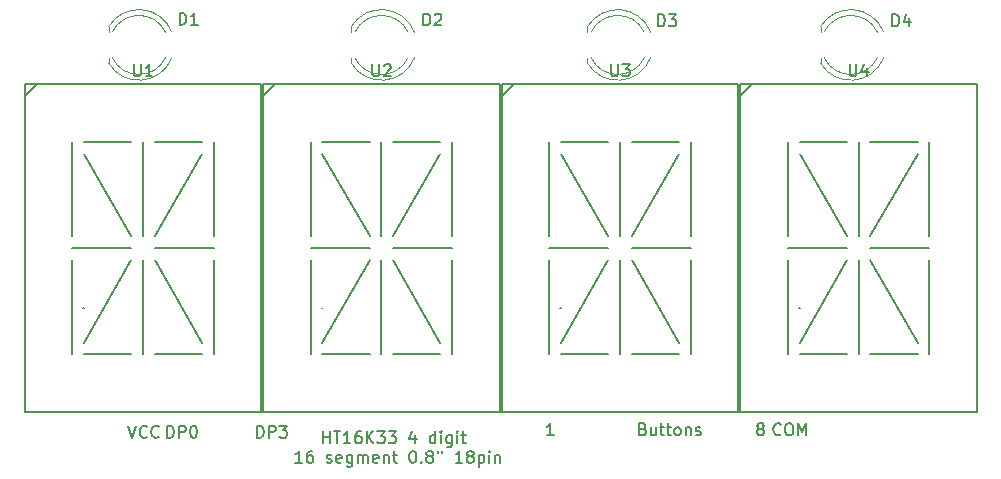
<source format=gbr>
G04 #@! TF.GenerationSoftware,KiCad,Pcbnew,(5.1.4)-1*
G04 #@! TF.CreationDate,2019-09-25T15:42:07+02:00*
G04 #@! TF.ProjectId,Display4x16segment,44697370-6c61-4793-9478-31367365676d,rev?*
G04 #@! TF.SameCoordinates,Original*
G04 #@! TF.FileFunction,Legend,Top*
G04 #@! TF.FilePolarity,Positive*
%FSLAX46Y46*%
G04 Gerber Fmt 4.6, Leading zero omitted, Abs format (unit mm)*
G04 Created by KiCad (PCBNEW (5.1.4)-1) date 2019-09-25 15:42:07*
%MOMM*%
%LPD*%
G04 APERTURE LIST*
%ADD10C,0.150000*%
%ADD11C,0.120000*%
G04 APERTURE END LIST*
D10*
X158766666Y-135052380D02*
X159100000Y-136052380D01*
X159433333Y-135052380D01*
X160338095Y-135957142D02*
X160290476Y-136004761D01*
X160147619Y-136052380D01*
X160052380Y-136052380D01*
X159909523Y-136004761D01*
X159814285Y-135909523D01*
X159766666Y-135814285D01*
X159719047Y-135623809D01*
X159719047Y-135480952D01*
X159766666Y-135290476D01*
X159814285Y-135195238D01*
X159909523Y-135100000D01*
X160052380Y-135052380D01*
X160147619Y-135052380D01*
X160290476Y-135100000D01*
X160338095Y-135147619D01*
X161338095Y-135957142D02*
X161290476Y-136004761D01*
X161147619Y-136052380D01*
X161052380Y-136052380D01*
X160909523Y-136004761D01*
X160814285Y-135909523D01*
X160766666Y-135814285D01*
X160719047Y-135623809D01*
X160719047Y-135480952D01*
X160766666Y-135290476D01*
X160814285Y-135195238D01*
X160909523Y-135100000D01*
X161052380Y-135052380D01*
X161147619Y-135052380D01*
X161290476Y-135100000D01*
X161338095Y-135147619D01*
X162061904Y-136052380D02*
X162061904Y-135052380D01*
X162300000Y-135052380D01*
X162442857Y-135100000D01*
X162538095Y-135195238D01*
X162585714Y-135290476D01*
X162633333Y-135480952D01*
X162633333Y-135623809D01*
X162585714Y-135814285D01*
X162538095Y-135909523D01*
X162442857Y-136004761D01*
X162300000Y-136052380D01*
X162061904Y-136052380D01*
X163061904Y-136052380D02*
X163061904Y-135052380D01*
X163442857Y-135052380D01*
X163538095Y-135100000D01*
X163585714Y-135147619D01*
X163633333Y-135242857D01*
X163633333Y-135385714D01*
X163585714Y-135480952D01*
X163538095Y-135528571D01*
X163442857Y-135576190D01*
X163061904Y-135576190D01*
X164252380Y-135052380D02*
X164347619Y-135052380D01*
X164442857Y-135100000D01*
X164490476Y-135147619D01*
X164538095Y-135242857D01*
X164585714Y-135433333D01*
X164585714Y-135671428D01*
X164538095Y-135861904D01*
X164490476Y-135957142D01*
X164442857Y-136004761D01*
X164347619Y-136052380D01*
X164252380Y-136052380D01*
X164157142Y-136004761D01*
X164109523Y-135957142D01*
X164061904Y-135861904D01*
X164014285Y-135671428D01*
X164014285Y-135433333D01*
X164061904Y-135242857D01*
X164109523Y-135147619D01*
X164157142Y-135100000D01*
X164252380Y-135052380D01*
X169661904Y-136052380D02*
X169661904Y-135052380D01*
X169900000Y-135052380D01*
X170042857Y-135100000D01*
X170138095Y-135195238D01*
X170185714Y-135290476D01*
X170233333Y-135480952D01*
X170233333Y-135623809D01*
X170185714Y-135814285D01*
X170138095Y-135909523D01*
X170042857Y-136004761D01*
X169900000Y-136052380D01*
X169661904Y-136052380D01*
X170661904Y-136052380D02*
X170661904Y-135052380D01*
X171042857Y-135052380D01*
X171138095Y-135100000D01*
X171185714Y-135147619D01*
X171233333Y-135242857D01*
X171233333Y-135385714D01*
X171185714Y-135480952D01*
X171138095Y-135528571D01*
X171042857Y-135576190D01*
X170661904Y-135576190D01*
X171566666Y-135052380D02*
X172185714Y-135052380D01*
X171852380Y-135433333D01*
X171995238Y-135433333D01*
X172090476Y-135480952D01*
X172138095Y-135528571D01*
X172185714Y-135623809D01*
X172185714Y-135861904D01*
X172138095Y-135957142D01*
X172090476Y-136004761D01*
X171995238Y-136052380D01*
X171709523Y-136052380D01*
X171614285Y-136004761D01*
X171566666Y-135957142D01*
X202338095Y-135328571D02*
X202480952Y-135376190D01*
X202528571Y-135423809D01*
X202576190Y-135519047D01*
X202576190Y-135661904D01*
X202528571Y-135757142D01*
X202480952Y-135804761D01*
X202385714Y-135852380D01*
X202004761Y-135852380D01*
X202004761Y-134852380D01*
X202338095Y-134852380D01*
X202433333Y-134900000D01*
X202480952Y-134947619D01*
X202528571Y-135042857D01*
X202528571Y-135138095D01*
X202480952Y-135233333D01*
X202433333Y-135280952D01*
X202338095Y-135328571D01*
X202004761Y-135328571D01*
X203433333Y-135185714D02*
X203433333Y-135852380D01*
X203004761Y-135185714D02*
X203004761Y-135709523D01*
X203052380Y-135804761D01*
X203147619Y-135852380D01*
X203290476Y-135852380D01*
X203385714Y-135804761D01*
X203433333Y-135757142D01*
X203766666Y-135185714D02*
X204147619Y-135185714D01*
X203909523Y-134852380D02*
X203909523Y-135709523D01*
X203957142Y-135804761D01*
X204052380Y-135852380D01*
X204147619Y-135852380D01*
X204338095Y-135185714D02*
X204719047Y-135185714D01*
X204480952Y-134852380D02*
X204480952Y-135709523D01*
X204528571Y-135804761D01*
X204623809Y-135852380D01*
X204719047Y-135852380D01*
X205195238Y-135852380D02*
X205100000Y-135804761D01*
X205052380Y-135757142D01*
X205004761Y-135661904D01*
X205004761Y-135376190D01*
X205052380Y-135280952D01*
X205100000Y-135233333D01*
X205195238Y-135185714D01*
X205338095Y-135185714D01*
X205433333Y-135233333D01*
X205480952Y-135280952D01*
X205528571Y-135376190D01*
X205528571Y-135661904D01*
X205480952Y-135757142D01*
X205433333Y-135804761D01*
X205338095Y-135852380D01*
X205195238Y-135852380D01*
X205957142Y-135185714D02*
X205957142Y-135852380D01*
X205957142Y-135280952D02*
X206004761Y-135233333D01*
X206100000Y-135185714D01*
X206242857Y-135185714D01*
X206338095Y-135233333D01*
X206385714Y-135328571D01*
X206385714Y-135852380D01*
X206814285Y-135804761D02*
X206909523Y-135852380D01*
X207100000Y-135852380D01*
X207195238Y-135804761D01*
X207242857Y-135709523D01*
X207242857Y-135661904D01*
X207195238Y-135566666D01*
X207100000Y-135519047D01*
X206957142Y-135519047D01*
X206861904Y-135471428D01*
X206814285Y-135376190D01*
X206814285Y-135328571D01*
X206861904Y-135233333D01*
X206957142Y-135185714D01*
X207100000Y-135185714D01*
X207195238Y-135233333D01*
X194768714Y-135834380D02*
X194197285Y-135834380D01*
X194483000Y-135834380D02*
X194483000Y-134834380D01*
X194387761Y-134977238D01*
X194292523Y-135072476D01*
X194197285Y-135120095D01*
X212204761Y-135280952D02*
X212109523Y-135233333D01*
X212061904Y-135185714D01*
X212014285Y-135090476D01*
X212014285Y-135042857D01*
X212061904Y-134947619D01*
X212109523Y-134900000D01*
X212204761Y-134852380D01*
X212395238Y-134852380D01*
X212490476Y-134900000D01*
X212538095Y-134947619D01*
X212585714Y-135042857D01*
X212585714Y-135090476D01*
X212538095Y-135185714D01*
X212490476Y-135233333D01*
X212395238Y-135280952D01*
X212204761Y-135280952D01*
X212109523Y-135328571D01*
X212061904Y-135376190D01*
X212014285Y-135471428D01*
X212014285Y-135661904D01*
X212061904Y-135757142D01*
X212109523Y-135804761D01*
X212204761Y-135852380D01*
X212395238Y-135852380D01*
X212490476Y-135804761D01*
X212538095Y-135757142D01*
X212585714Y-135661904D01*
X212585714Y-135471428D01*
X212538095Y-135376190D01*
X212490476Y-135328571D01*
X212395238Y-135280952D01*
X214014285Y-135757142D02*
X213966666Y-135804761D01*
X213823809Y-135852380D01*
X213728571Y-135852380D01*
X213585714Y-135804761D01*
X213490476Y-135709523D01*
X213442857Y-135614285D01*
X213395238Y-135423809D01*
X213395238Y-135280952D01*
X213442857Y-135090476D01*
X213490476Y-134995238D01*
X213585714Y-134900000D01*
X213728571Y-134852380D01*
X213823809Y-134852380D01*
X213966666Y-134900000D01*
X214014285Y-134947619D01*
X214633333Y-134852380D02*
X214823809Y-134852380D01*
X214919047Y-134900000D01*
X215014285Y-134995238D01*
X215061904Y-135185714D01*
X215061904Y-135519047D01*
X215014285Y-135709523D01*
X214919047Y-135804761D01*
X214823809Y-135852380D01*
X214633333Y-135852380D01*
X214538095Y-135804761D01*
X214442857Y-135709523D01*
X214395238Y-135519047D01*
X214395238Y-135185714D01*
X214442857Y-134995238D01*
X214538095Y-134900000D01*
X214633333Y-134852380D01*
X215490476Y-135852380D02*
X215490476Y-134852380D01*
X215823809Y-135566666D01*
X216157142Y-134852380D01*
X216157142Y-135852380D01*
X175242857Y-136527380D02*
X175242857Y-135527380D01*
X175242857Y-136003571D02*
X175814285Y-136003571D01*
X175814285Y-136527380D02*
X175814285Y-135527380D01*
X176147619Y-135527380D02*
X176719047Y-135527380D01*
X176433333Y-136527380D02*
X176433333Y-135527380D01*
X177576190Y-136527380D02*
X177004761Y-136527380D01*
X177290476Y-136527380D02*
X177290476Y-135527380D01*
X177195238Y-135670238D01*
X177100000Y-135765476D01*
X177004761Y-135813095D01*
X178433333Y-135527380D02*
X178242857Y-135527380D01*
X178147619Y-135575000D01*
X178100000Y-135622619D01*
X178004761Y-135765476D01*
X177957142Y-135955952D01*
X177957142Y-136336904D01*
X178004761Y-136432142D01*
X178052380Y-136479761D01*
X178147619Y-136527380D01*
X178338095Y-136527380D01*
X178433333Y-136479761D01*
X178480952Y-136432142D01*
X178528571Y-136336904D01*
X178528571Y-136098809D01*
X178480952Y-136003571D01*
X178433333Y-135955952D01*
X178338095Y-135908333D01*
X178147619Y-135908333D01*
X178052380Y-135955952D01*
X178004761Y-136003571D01*
X177957142Y-136098809D01*
X178957142Y-136527380D02*
X178957142Y-135527380D01*
X179528571Y-136527380D02*
X179100000Y-135955952D01*
X179528571Y-135527380D02*
X178957142Y-136098809D01*
X179861904Y-135527380D02*
X180480952Y-135527380D01*
X180147619Y-135908333D01*
X180290476Y-135908333D01*
X180385714Y-135955952D01*
X180433333Y-136003571D01*
X180480952Y-136098809D01*
X180480952Y-136336904D01*
X180433333Y-136432142D01*
X180385714Y-136479761D01*
X180290476Y-136527380D01*
X180004761Y-136527380D01*
X179909523Y-136479761D01*
X179861904Y-136432142D01*
X180814285Y-135527380D02*
X181433333Y-135527380D01*
X181100000Y-135908333D01*
X181242857Y-135908333D01*
X181338095Y-135955952D01*
X181385714Y-136003571D01*
X181433333Y-136098809D01*
X181433333Y-136336904D01*
X181385714Y-136432142D01*
X181338095Y-136479761D01*
X181242857Y-136527380D01*
X180957142Y-136527380D01*
X180861904Y-136479761D01*
X180814285Y-136432142D01*
X183052380Y-135860714D02*
X183052380Y-136527380D01*
X182814285Y-135479761D02*
X182576190Y-136194047D01*
X183195238Y-136194047D01*
X184766666Y-136527380D02*
X184766666Y-135527380D01*
X184766666Y-136479761D02*
X184671428Y-136527380D01*
X184480952Y-136527380D01*
X184385714Y-136479761D01*
X184338095Y-136432142D01*
X184290476Y-136336904D01*
X184290476Y-136051190D01*
X184338095Y-135955952D01*
X184385714Y-135908333D01*
X184480952Y-135860714D01*
X184671428Y-135860714D01*
X184766666Y-135908333D01*
X185242857Y-136527380D02*
X185242857Y-135860714D01*
X185242857Y-135527380D02*
X185195238Y-135575000D01*
X185242857Y-135622619D01*
X185290476Y-135575000D01*
X185242857Y-135527380D01*
X185242857Y-135622619D01*
X186147619Y-135860714D02*
X186147619Y-136670238D01*
X186100000Y-136765476D01*
X186052380Y-136813095D01*
X185957142Y-136860714D01*
X185814285Y-136860714D01*
X185719047Y-136813095D01*
X186147619Y-136479761D02*
X186052380Y-136527380D01*
X185861904Y-136527380D01*
X185766666Y-136479761D01*
X185719047Y-136432142D01*
X185671428Y-136336904D01*
X185671428Y-136051190D01*
X185719047Y-135955952D01*
X185766666Y-135908333D01*
X185861904Y-135860714D01*
X186052380Y-135860714D01*
X186147619Y-135908333D01*
X186623809Y-136527380D02*
X186623809Y-135860714D01*
X186623809Y-135527380D02*
X186576190Y-135575000D01*
X186623809Y-135622619D01*
X186671428Y-135575000D01*
X186623809Y-135527380D01*
X186623809Y-135622619D01*
X186957142Y-135860714D02*
X187338095Y-135860714D01*
X187100000Y-135527380D02*
X187100000Y-136384523D01*
X187147619Y-136479761D01*
X187242857Y-136527380D01*
X187338095Y-136527380D01*
X173480952Y-138177380D02*
X172909523Y-138177380D01*
X173195238Y-138177380D02*
X173195238Y-137177380D01*
X173100000Y-137320238D01*
X173004761Y-137415476D01*
X172909523Y-137463095D01*
X174338095Y-137177380D02*
X174147619Y-137177380D01*
X174052380Y-137225000D01*
X174004761Y-137272619D01*
X173909523Y-137415476D01*
X173861904Y-137605952D01*
X173861904Y-137986904D01*
X173909523Y-138082142D01*
X173957142Y-138129761D01*
X174052380Y-138177380D01*
X174242857Y-138177380D01*
X174338095Y-138129761D01*
X174385714Y-138082142D01*
X174433333Y-137986904D01*
X174433333Y-137748809D01*
X174385714Y-137653571D01*
X174338095Y-137605952D01*
X174242857Y-137558333D01*
X174052380Y-137558333D01*
X173957142Y-137605952D01*
X173909523Y-137653571D01*
X173861904Y-137748809D01*
X175576190Y-138129761D02*
X175671428Y-138177380D01*
X175861904Y-138177380D01*
X175957142Y-138129761D01*
X176004761Y-138034523D01*
X176004761Y-137986904D01*
X175957142Y-137891666D01*
X175861904Y-137844047D01*
X175719047Y-137844047D01*
X175623809Y-137796428D01*
X175576190Y-137701190D01*
X175576190Y-137653571D01*
X175623809Y-137558333D01*
X175719047Y-137510714D01*
X175861904Y-137510714D01*
X175957142Y-137558333D01*
X176814285Y-138129761D02*
X176719047Y-138177380D01*
X176528571Y-138177380D01*
X176433333Y-138129761D01*
X176385714Y-138034523D01*
X176385714Y-137653571D01*
X176433333Y-137558333D01*
X176528571Y-137510714D01*
X176719047Y-137510714D01*
X176814285Y-137558333D01*
X176861904Y-137653571D01*
X176861904Y-137748809D01*
X176385714Y-137844047D01*
X177719047Y-137510714D02*
X177719047Y-138320238D01*
X177671428Y-138415476D01*
X177623809Y-138463095D01*
X177528571Y-138510714D01*
X177385714Y-138510714D01*
X177290476Y-138463095D01*
X177719047Y-138129761D02*
X177623809Y-138177380D01*
X177433333Y-138177380D01*
X177338095Y-138129761D01*
X177290476Y-138082142D01*
X177242857Y-137986904D01*
X177242857Y-137701190D01*
X177290476Y-137605952D01*
X177338095Y-137558333D01*
X177433333Y-137510714D01*
X177623809Y-137510714D01*
X177719047Y-137558333D01*
X178195238Y-138177380D02*
X178195238Y-137510714D01*
X178195238Y-137605952D02*
X178242857Y-137558333D01*
X178338095Y-137510714D01*
X178480952Y-137510714D01*
X178576190Y-137558333D01*
X178623809Y-137653571D01*
X178623809Y-138177380D01*
X178623809Y-137653571D02*
X178671428Y-137558333D01*
X178766666Y-137510714D01*
X178909523Y-137510714D01*
X179004761Y-137558333D01*
X179052380Y-137653571D01*
X179052380Y-138177380D01*
X179909523Y-138129761D02*
X179814285Y-138177380D01*
X179623809Y-138177380D01*
X179528571Y-138129761D01*
X179480952Y-138034523D01*
X179480952Y-137653571D01*
X179528571Y-137558333D01*
X179623809Y-137510714D01*
X179814285Y-137510714D01*
X179909523Y-137558333D01*
X179957142Y-137653571D01*
X179957142Y-137748809D01*
X179480952Y-137844047D01*
X180385714Y-137510714D02*
X180385714Y-138177380D01*
X180385714Y-137605952D02*
X180433333Y-137558333D01*
X180528571Y-137510714D01*
X180671428Y-137510714D01*
X180766666Y-137558333D01*
X180814285Y-137653571D01*
X180814285Y-138177380D01*
X181147619Y-137510714D02*
X181528571Y-137510714D01*
X181290476Y-137177380D02*
X181290476Y-138034523D01*
X181338095Y-138129761D01*
X181433333Y-138177380D01*
X181528571Y-138177380D01*
X182814285Y-137177380D02*
X182909523Y-137177380D01*
X183004761Y-137225000D01*
X183052380Y-137272619D01*
X183100000Y-137367857D01*
X183147619Y-137558333D01*
X183147619Y-137796428D01*
X183100000Y-137986904D01*
X183052380Y-138082142D01*
X183004761Y-138129761D01*
X182909523Y-138177380D01*
X182814285Y-138177380D01*
X182719047Y-138129761D01*
X182671428Y-138082142D01*
X182623809Y-137986904D01*
X182576190Y-137796428D01*
X182576190Y-137558333D01*
X182623809Y-137367857D01*
X182671428Y-137272619D01*
X182719047Y-137225000D01*
X182814285Y-137177380D01*
X183576190Y-138082142D02*
X183623809Y-138129761D01*
X183576190Y-138177380D01*
X183528571Y-138129761D01*
X183576190Y-138082142D01*
X183576190Y-138177380D01*
X184195238Y-137605952D02*
X184100000Y-137558333D01*
X184052380Y-137510714D01*
X184004761Y-137415476D01*
X184004761Y-137367857D01*
X184052380Y-137272619D01*
X184100000Y-137225000D01*
X184195238Y-137177380D01*
X184385714Y-137177380D01*
X184480952Y-137225000D01*
X184528571Y-137272619D01*
X184576190Y-137367857D01*
X184576190Y-137415476D01*
X184528571Y-137510714D01*
X184480952Y-137558333D01*
X184385714Y-137605952D01*
X184195238Y-137605952D01*
X184100000Y-137653571D01*
X184052380Y-137701190D01*
X184004761Y-137796428D01*
X184004761Y-137986904D01*
X184052380Y-138082142D01*
X184100000Y-138129761D01*
X184195238Y-138177380D01*
X184385714Y-138177380D01*
X184480952Y-138129761D01*
X184528571Y-138082142D01*
X184576190Y-137986904D01*
X184576190Y-137796428D01*
X184528571Y-137701190D01*
X184480952Y-137653571D01*
X184385714Y-137605952D01*
X184957142Y-137177380D02*
X184957142Y-137367857D01*
X185338095Y-137177380D02*
X185338095Y-137367857D01*
X187052380Y-138177380D02*
X186480952Y-138177380D01*
X186766666Y-138177380D02*
X186766666Y-137177380D01*
X186671428Y-137320238D01*
X186576190Y-137415476D01*
X186480952Y-137463095D01*
X187623809Y-137605952D02*
X187528571Y-137558333D01*
X187480952Y-137510714D01*
X187433333Y-137415476D01*
X187433333Y-137367857D01*
X187480952Y-137272619D01*
X187528571Y-137225000D01*
X187623809Y-137177380D01*
X187814285Y-137177380D01*
X187909523Y-137225000D01*
X187957142Y-137272619D01*
X188004761Y-137367857D01*
X188004761Y-137415476D01*
X187957142Y-137510714D01*
X187909523Y-137558333D01*
X187814285Y-137605952D01*
X187623809Y-137605952D01*
X187528571Y-137653571D01*
X187480952Y-137701190D01*
X187433333Y-137796428D01*
X187433333Y-137986904D01*
X187480952Y-138082142D01*
X187528571Y-138129761D01*
X187623809Y-138177380D01*
X187814285Y-138177380D01*
X187909523Y-138129761D01*
X187957142Y-138082142D01*
X188004761Y-137986904D01*
X188004761Y-137796428D01*
X187957142Y-137701190D01*
X187909523Y-137653571D01*
X187814285Y-137605952D01*
X188433333Y-137510714D02*
X188433333Y-138510714D01*
X188433333Y-137558333D02*
X188528571Y-137510714D01*
X188719047Y-137510714D01*
X188814285Y-137558333D01*
X188861904Y-137605952D01*
X188909523Y-137701190D01*
X188909523Y-137986904D01*
X188861904Y-138082142D01*
X188814285Y-138129761D01*
X188719047Y-138177380D01*
X188528571Y-138177380D01*
X188433333Y-138129761D01*
X189338095Y-138177380D02*
X189338095Y-137510714D01*
X189338095Y-137177380D02*
X189290476Y-137225000D01*
X189338095Y-137272619D01*
X189385714Y-137225000D01*
X189338095Y-137177380D01*
X189338095Y-137272619D01*
X189814285Y-137510714D02*
X189814285Y-138177380D01*
X189814285Y-137605952D02*
X189861904Y-137558333D01*
X189957142Y-137510714D01*
X190100000Y-137510714D01*
X190195238Y-137558333D01*
X190242857Y-137653571D01*
X190242857Y-138177380D01*
X230600000Y-133850000D02*
X230600000Y-106150000D01*
X210600000Y-107150000D02*
X211600000Y-106150000D01*
X210600000Y-133850000D02*
X230600000Y-133850000D01*
X215600000Y-128000000D02*
X219600000Y-121000000D01*
X225600000Y-128000000D02*
X221600000Y-121000000D01*
X215600000Y-112000000D02*
X219600000Y-119000000D01*
X225600000Y-112000000D02*
X221600000Y-119000000D01*
X221600000Y-120000000D02*
X226600000Y-120000000D01*
X214600000Y-120000000D02*
X219600000Y-120000000D01*
X220600000Y-121000000D02*
X220600000Y-129000000D01*
X220600000Y-111000000D02*
X220600000Y-119000000D01*
X226600000Y-121000000D02*
X226600000Y-129000000D01*
X226600000Y-111000000D02*
X226600000Y-119000000D01*
X221600000Y-129000000D02*
X225600000Y-129000000D01*
X215600000Y-129000000D02*
X219600000Y-129000000D01*
X214600000Y-121000000D02*
X214600000Y-129000000D01*
X214600000Y-111000000D02*
X214600000Y-119000000D01*
X219600000Y-111000000D02*
X215600000Y-111000000D01*
X221600000Y-111000000D02*
X225600000Y-111000000D01*
X230600000Y-106150000D02*
X210600000Y-106150000D01*
X210600000Y-106150000D02*
X210600000Y-133850000D01*
X215550000Y-125100000D02*
X215600000Y-125100000D01*
X210400000Y-133850000D02*
X210400000Y-106150000D01*
X190400000Y-107150000D02*
X191400000Y-106150000D01*
X190400000Y-133850000D02*
X210400000Y-133850000D01*
X195400000Y-128000000D02*
X199400000Y-121000000D01*
X205400000Y-128000000D02*
X201400000Y-121000000D01*
X195400000Y-112000000D02*
X199400000Y-119000000D01*
X205400000Y-112000000D02*
X201400000Y-119000000D01*
X201400000Y-120000000D02*
X206400000Y-120000000D01*
X194400000Y-120000000D02*
X199400000Y-120000000D01*
X200400000Y-121000000D02*
X200400000Y-129000000D01*
X200400000Y-111000000D02*
X200400000Y-119000000D01*
X206400000Y-121000000D02*
X206400000Y-129000000D01*
X206400000Y-111000000D02*
X206400000Y-119000000D01*
X201400000Y-129000000D02*
X205400000Y-129000000D01*
X195400000Y-129000000D02*
X199400000Y-129000000D01*
X194400000Y-121000000D02*
X194400000Y-129000000D01*
X194400000Y-111000000D02*
X194400000Y-119000000D01*
X199400000Y-111000000D02*
X195400000Y-111000000D01*
X201400000Y-111000000D02*
X205400000Y-111000000D01*
X210400000Y-106150000D02*
X190400000Y-106150000D01*
X190400000Y-106150000D02*
X190400000Y-133850000D01*
X195350000Y-125100000D02*
X195400000Y-125100000D01*
X190200000Y-133850000D02*
X190200000Y-106150000D01*
X170200000Y-107150000D02*
X171200000Y-106150000D01*
X170200000Y-133850000D02*
X190200000Y-133850000D01*
X175200000Y-128000000D02*
X179200000Y-121000000D01*
X185200000Y-128000000D02*
X181200000Y-121000000D01*
X175200000Y-112000000D02*
X179200000Y-119000000D01*
X185200000Y-112000000D02*
X181200000Y-119000000D01*
X181200000Y-120000000D02*
X186200000Y-120000000D01*
X174200000Y-120000000D02*
X179200000Y-120000000D01*
X180200000Y-121000000D02*
X180200000Y-129000000D01*
X180200000Y-111000000D02*
X180200000Y-119000000D01*
X186200000Y-121000000D02*
X186200000Y-129000000D01*
X186200000Y-111000000D02*
X186200000Y-119000000D01*
X181200000Y-129000000D02*
X185200000Y-129000000D01*
X175200000Y-129000000D02*
X179200000Y-129000000D01*
X174200000Y-121000000D02*
X174200000Y-129000000D01*
X174200000Y-111000000D02*
X174200000Y-119000000D01*
X179200000Y-111000000D02*
X175200000Y-111000000D01*
X181200000Y-111000000D02*
X185200000Y-111000000D01*
X190200000Y-106150000D02*
X170200000Y-106150000D01*
X170200000Y-106150000D02*
X170200000Y-133850000D01*
X175150000Y-125100000D02*
X175200000Y-125100000D01*
X170000000Y-133850000D02*
X170000000Y-106150000D01*
X150000000Y-107150000D02*
X151000000Y-106150000D01*
X150000000Y-133850000D02*
X170000000Y-133850000D01*
X155000000Y-128000000D02*
X159000000Y-121000000D01*
X165000000Y-128000000D02*
X161000000Y-121000000D01*
X155000000Y-112000000D02*
X159000000Y-119000000D01*
X165000000Y-112000000D02*
X161000000Y-119000000D01*
X161000000Y-120000000D02*
X166000000Y-120000000D01*
X154000000Y-120000000D02*
X159000000Y-120000000D01*
X160000000Y-121000000D02*
X160000000Y-129000000D01*
X160000000Y-111000000D02*
X160000000Y-119000000D01*
X166000000Y-121000000D02*
X166000000Y-129000000D01*
X166000000Y-111000000D02*
X166000000Y-119000000D01*
X161000000Y-129000000D02*
X165000000Y-129000000D01*
X155000000Y-129000000D02*
X159000000Y-129000000D01*
X154000000Y-121000000D02*
X154000000Y-129000000D01*
X154000000Y-111000000D02*
X154000000Y-119000000D01*
X159000000Y-111000000D02*
X155000000Y-111000000D01*
X161000000Y-111000000D02*
X165000000Y-111000000D01*
X170000000Y-106150000D02*
X150000000Y-106150000D01*
X150000000Y-106150000D02*
X150000000Y-133850000D01*
X154950000Y-125100000D02*
X155000000Y-125100000D01*
D11*
X222722815Y-101719173D02*
G75*
G03X217375000Y-101255170I-2787815J-1080827D01*
G01*
X222722815Y-103880827D02*
G75*
G02X217375000Y-104344830I-2787815J1080827D01*
G01*
X222189479Y-101719571D02*
G75*
G03X217680316Y-101720000I-2254479J-1080429D01*
G01*
X222189479Y-103880429D02*
G75*
G02X217680316Y-103880000I-2254479J1080429D01*
G01*
X217375000Y-101255000D02*
X217375000Y-101720000D01*
X217375000Y-103880000D02*
X217375000Y-104345000D01*
X202992815Y-101719173D02*
G75*
G03X197645000Y-101255170I-2787815J-1080827D01*
G01*
X202992815Y-103880827D02*
G75*
G02X197645000Y-104344830I-2787815J1080827D01*
G01*
X202459479Y-101719571D02*
G75*
G03X197950316Y-101720000I-2254479J-1080429D01*
G01*
X202459479Y-103880429D02*
G75*
G02X197950316Y-103880000I-2254479J1080429D01*
G01*
X197645000Y-101255000D02*
X197645000Y-101720000D01*
X197645000Y-103880000D02*
X197645000Y-104345000D01*
X182992815Y-101719173D02*
G75*
G03X177645000Y-101255170I-2787815J-1080827D01*
G01*
X182992815Y-103880827D02*
G75*
G02X177645000Y-104344830I-2787815J1080827D01*
G01*
X182459479Y-101719571D02*
G75*
G03X177950316Y-101720000I-2254479J-1080429D01*
G01*
X182459479Y-103880429D02*
G75*
G02X177950316Y-103880000I-2254479J1080429D01*
G01*
X177645000Y-101255000D02*
X177645000Y-101720000D01*
X177645000Y-103880000D02*
X177645000Y-104345000D01*
X162452815Y-101719173D02*
G75*
G03X157105000Y-101255170I-2787815J-1080827D01*
G01*
X162452815Y-103880827D02*
G75*
G02X157105000Y-104344830I-2787815J1080827D01*
G01*
X161919479Y-101719571D02*
G75*
G03X157410316Y-101720000I-2254479J-1080429D01*
G01*
X161919479Y-103880429D02*
G75*
G02X157410316Y-103880000I-2254479J1080429D01*
G01*
X157105000Y-101255000D02*
X157105000Y-101720000D01*
X157105000Y-103880000D02*
X157105000Y-104345000D01*
D10*
X219838095Y-104452380D02*
X219838095Y-105261904D01*
X219885714Y-105357142D01*
X219933333Y-105404761D01*
X220028571Y-105452380D01*
X220219047Y-105452380D01*
X220314285Y-105404761D01*
X220361904Y-105357142D01*
X220409523Y-105261904D01*
X220409523Y-104452380D01*
X221314285Y-104785714D02*
X221314285Y-105452380D01*
X221076190Y-104404761D02*
X220838095Y-105119047D01*
X221457142Y-105119047D01*
X199638095Y-104452380D02*
X199638095Y-105261904D01*
X199685714Y-105357142D01*
X199733333Y-105404761D01*
X199828571Y-105452380D01*
X200019047Y-105452380D01*
X200114285Y-105404761D01*
X200161904Y-105357142D01*
X200209523Y-105261904D01*
X200209523Y-104452380D01*
X200590476Y-104452380D02*
X201209523Y-104452380D01*
X200876190Y-104833333D01*
X201019047Y-104833333D01*
X201114285Y-104880952D01*
X201161904Y-104928571D01*
X201209523Y-105023809D01*
X201209523Y-105261904D01*
X201161904Y-105357142D01*
X201114285Y-105404761D01*
X201019047Y-105452380D01*
X200733333Y-105452380D01*
X200638095Y-105404761D01*
X200590476Y-105357142D01*
X179438095Y-104452380D02*
X179438095Y-105261904D01*
X179485714Y-105357142D01*
X179533333Y-105404761D01*
X179628571Y-105452380D01*
X179819047Y-105452380D01*
X179914285Y-105404761D01*
X179961904Y-105357142D01*
X180009523Y-105261904D01*
X180009523Y-104452380D01*
X180438095Y-104547619D02*
X180485714Y-104500000D01*
X180580952Y-104452380D01*
X180819047Y-104452380D01*
X180914285Y-104500000D01*
X180961904Y-104547619D01*
X181009523Y-104642857D01*
X181009523Y-104738095D01*
X180961904Y-104880952D01*
X180390476Y-105452380D01*
X181009523Y-105452380D01*
X159238095Y-104452380D02*
X159238095Y-105261904D01*
X159285714Y-105357142D01*
X159333333Y-105404761D01*
X159428571Y-105452380D01*
X159619047Y-105452380D01*
X159714285Y-105404761D01*
X159761904Y-105357142D01*
X159809523Y-105261904D01*
X159809523Y-104452380D01*
X160809523Y-105452380D02*
X160238095Y-105452380D01*
X160523809Y-105452380D02*
X160523809Y-104452380D01*
X160428571Y-104595238D01*
X160333333Y-104690476D01*
X160238095Y-104738095D01*
X223455284Y-101220380D02*
X223455284Y-100220380D01*
X223693380Y-100220380D01*
X223836237Y-100268000D01*
X223931475Y-100363238D01*
X223979094Y-100458476D01*
X224026713Y-100648952D01*
X224026713Y-100791809D01*
X223979094Y-100982285D01*
X223931475Y-101077523D01*
X223836237Y-101172761D01*
X223693380Y-101220380D01*
X223455284Y-101220380D01*
X224883856Y-100553714D02*
X224883856Y-101220380D01*
X224645760Y-100172761D02*
X224407665Y-100887047D01*
X225026713Y-100887047D01*
X203635664Y-101220380D02*
X203635664Y-100220380D01*
X203873760Y-100220380D01*
X204016617Y-100268000D01*
X204111855Y-100363238D01*
X204159474Y-100458476D01*
X204207093Y-100648952D01*
X204207093Y-100791809D01*
X204159474Y-100982285D01*
X204111855Y-101077523D01*
X204016617Y-101172761D01*
X203873760Y-101220380D01*
X203635664Y-101220380D01*
X204540426Y-100220380D02*
X205159474Y-100220380D01*
X204826140Y-100601333D01*
X204968998Y-100601333D01*
X205064236Y-100648952D01*
X205111855Y-100696571D01*
X205159474Y-100791809D01*
X205159474Y-101029904D01*
X205111855Y-101125142D01*
X205064236Y-101172761D01*
X204968998Y-101220380D01*
X204683283Y-101220380D01*
X204588045Y-101172761D01*
X204540426Y-101125142D01*
X183760164Y-101144180D02*
X183760164Y-100144180D01*
X183998260Y-100144180D01*
X184141117Y-100191800D01*
X184236355Y-100287038D01*
X184283974Y-100382276D01*
X184331593Y-100572752D01*
X184331593Y-100715609D01*
X184283974Y-100906085D01*
X184236355Y-101001323D01*
X184141117Y-101096561D01*
X183998260Y-101144180D01*
X183760164Y-101144180D01*
X184712545Y-100239419D02*
X184760164Y-100191800D01*
X184855402Y-100144180D01*
X185093498Y-100144180D01*
X185188736Y-100191800D01*
X185236355Y-100239419D01*
X185283974Y-100334657D01*
X185283974Y-100429895D01*
X185236355Y-100572752D01*
X184664926Y-101144180D01*
X185283974Y-101144180D01*
X163109964Y-101088300D02*
X163109964Y-100088300D01*
X163348060Y-100088300D01*
X163490917Y-100135920D01*
X163586155Y-100231158D01*
X163633774Y-100326396D01*
X163681393Y-100516872D01*
X163681393Y-100659729D01*
X163633774Y-100850205D01*
X163586155Y-100945443D01*
X163490917Y-101040681D01*
X163348060Y-101088300D01*
X163109964Y-101088300D01*
X164633774Y-101088300D02*
X164062345Y-101088300D01*
X164348060Y-101088300D02*
X164348060Y-100088300D01*
X164252821Y-100231158D01*
X164157583Y-100326396D01*
X164062345Y-100374015D01*
M02*

</source>
